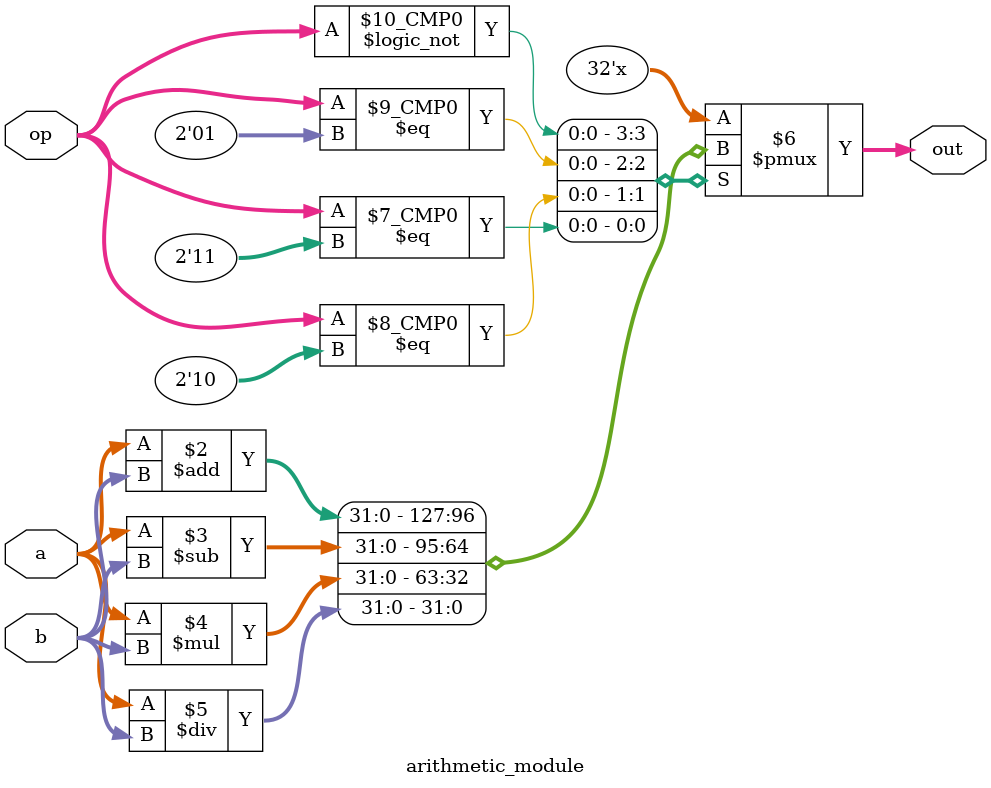
<source format=v>
module arithmetic_module #(parameter WIDTH=32)
  (input [1:0] op,
   input [WIDTH-1:0] a,
   input [WIDTH-1:0] b,
   output reg [WIDTH-1:0] out);

  always @(*) begin
    case (op)
      2'b00: out = a + b; // addition
      2'b01: out = a - b; // subtraction
      2'b10: out = a * b; // multiplication
      2'b11: out = a / b; // division
    endcase
  end

endmodule
</source>
